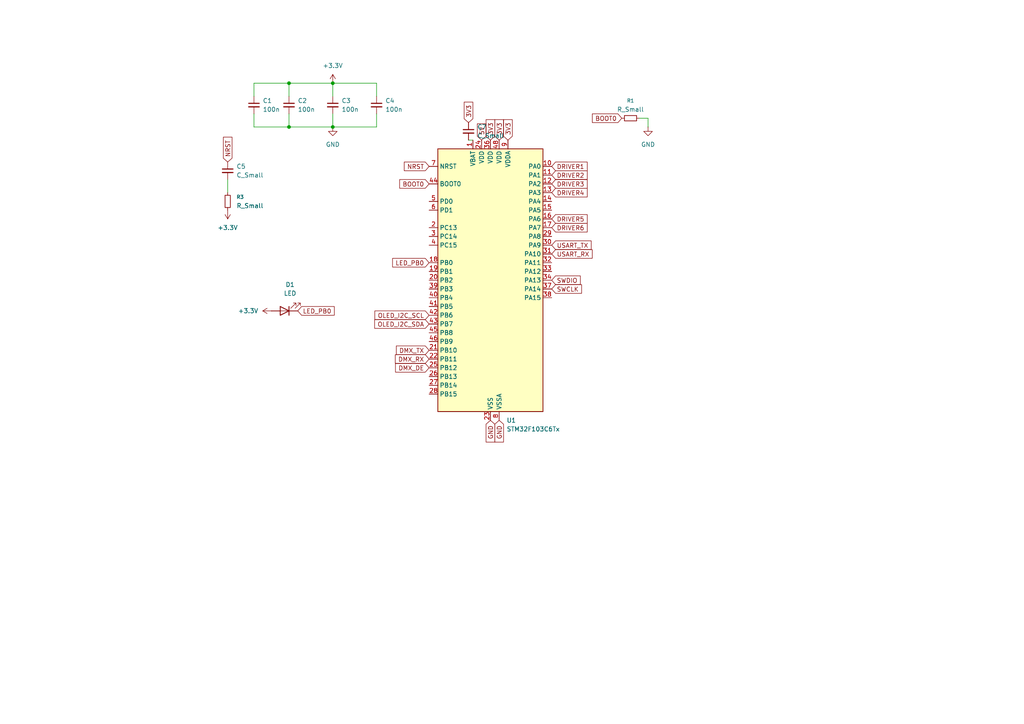
<source format=kicad_sch>
(kicad_sch (version 20250114) (generator "eeschema") (generator_version "9.0")
  (paper "A4")
  (lib_symbols
    (symbol "Device:C_Small" (pin_numbers (hide yes)) (pin_names (offset 0.254) (hide yes))
      (property "Reference" "C" (at 0.254 1.778 0))
      (property "Value" "C_Small" (at 0.254 -2.032 0))
      (symbol "C_Small_0_1"
        (polyline (pts (xy -1.524 0.508) (xy 1.524 0.508)) (stroke (width 0.3048)))
        (polyline (pts (xy -1.524 -0.508) (xy 1.524 -0.508)) (stroke (width 0.3302)))
      )
      (symbol "C_Small_1_1"
        (pin passive line (at 0 2.54 270) (length 2.032) (name "~") (number "1"))
        (pin passive line (at 0 -2.54 90) (length 2.032) (name "~") (number "2"))
      )
    )
    (symbol "Device:LED" (pin_numbers (hide yes)) (pin_names (offset 1.016) (hide yes))
      (property "Reference" "D" (at 0 2.54 0))
      (property "Value" "LED" (at 0 -2.54 0))
      (symbol "LED_0_1"
        (polyline (pts (xy -3.048 -0.762) (xy -4.572 -2.286) (xy -3.81 -2.286) (xy -4.572 -2.286) (xy -4.572 -1.524)))
        (polyline (pts (xy -1.778 -0.762) (xy -3.302 -2.286) (xy -2.54 -2.286) (xy -3.302 -2.286) (xy -3.302 -1.524)))
        (polyline (pts (xy -1.27 0) (xy 1.27 0)))
        (polyline (pts (xy -1.27 -1.27) (xy -1.27 1.27)) (stroke (width 0.254)))
        (polyline (pts (xy 1.27 -1.27) (xy 1.27 1.27) (xy -1.27 0) (xy 1.27 -1.27)) (stroke (width 0.254)))
      )
      (symbol "LED_1_1"
        (pin passive line (at -3.81 0 0) (length 2.54) (name "K") (number "1"))
        (pin passive line (at 3.81 0 180) (length 2.54) (name "A") (number "2"))
      )
    )
    (symbol "Device:R_Small" (pin_numbers (hide yes)) (pin_names (offset 0.254) (hide yes))
      (property "Reference" "R" (at 0 0 90))
      (property "Value" "R_Small" (at 1.778 0 90))
      (symbol "R_Small_0_1"
        (rectangle (start -0.762 1.778) (end 0.762 -1.778) (stroke (width 0.2032)))
      )
      (symbol "R_Small_1_1"
        (pin passive line (at 0 2.54 270) (length 0.762) (name "~") (number "1"))
        (pin passive line (at 0 -2.54 90) (length 0.762) (name "~") (number "2"))
      )
    )
    (symbol "MCU_ST_STM32F1:STM32F103C6Tx"
      (property "Reference" "U" (at -15.24 39.37 0))
      (property "Value" "STM32F103C6Tx" (at 7.62 39.37 0))
      (symbol "STM32F103C6Tx_0_1"
        (rectangle (start -15.24 -38.1) (end 15.24 38.1) (stroke (width 0.254)) (fill (type background)))
      )
      (symbol "STM32F103C6Tx_1_1"
        (pin input line (at -17.78 33.02 0) (length 2.54) (name "NRST") (number "7"))
        (pin input line (at -17.78 27.94 0) (length 2.54) (name "BOOT0") (number "44"))
        (pin bidirectional line (at -17.78 22.86 0) (length 2.54) (name "PD0") (number "5"))
        (pin bidirectional line (at -17.78 20.32 0) (length 2.54) (name "PD1") (number "6"))
        (pin bidirectional line (at -17.78 15.24 0) (length 2.54) (name "PC13") (number "2"))
        (pin bidirectional line (at -17.78 12.7 0) (length 2.54) (name "PC14") (number "3"))
        (pin bidirectional line (at -17.78 10.16 0) (length 2.54) (name "PC15") (number "4"))
        (pin bidirectional line (at -17.78 5.08 0) (length 2.54) (name "PB0") (number "18"))
        (pin bidirectional line (at -17.78 2.54 0) (length 2.54) (name "PB1") (number "19"))
        (pin bidirectional line (at -17.78 0 0) (length 2.54) (name "PB2") (number "20"))
        (pin bidirectional line (at -17.78 -2.54 0) (length 2.54) (name "PB3") (number "39"))
        (pin bidirectional line (at -17.78 -5.08 0) (length 2.54) (name "PB4") (number "40"))
        (pin bidirectional line (at -17.78 -7.62 0) (length 2.54) (name "PB5") (number "41"))
        (pin bidirectional line (at -17.78 -10.16 0) (length 2.54) (name "PB6") (number "42"))
        (pin bidirectional line (at -17.78 -12.7 0) (length 2.54) (name "PB7") (number "43"))
        (pin bidirectional line (at -17.78 -15.24 0) (length 2.54) (name "PB8") (number "45"))
        (pin bidirectional line (at -17.78 -17.78 0) (length 2.54) (name "PB9") (number "46"))
        (pin bidirectional line (at -17.78 -20.32 0) (length 2.54) (name "PB10") (number "21"))
        (pin bidirectional line (at -17.78 -22.86 0) (length 2.54) (name "PB11") (number "22"))
        (pin bidirectional line (at -17.78 -25.4 0) (length 2.54) (name "PB12") (number "25"))
        (pin bidirectional line (at -17.78 -27.94 0) (length 2.54) (name "PB13") (number "26"))
        (pin bidirectional line (at -17.78 -30.48 0) (length 2.54) (name "PB14") (number "27"))
        (pin bidirectional line (at -17.78 -33.02 0) (length 2.54) (name "PB15") (number "28"))
        (pin power_in line (at -5.08 40.64 270) (length 2.54) (name "VBAT") (number "1"))
        (pin power_in line (at -2.54 40.64 270) (length 2.54) (name "VDD") (number "24"))
        (pin power_in line (at 0 40.64 270) (length 2.54) (name "VDD") (number "36"))
        (pin power_in line (at 0 -40.64 90) (length 2.54) (name "VSS") (number "23"))
        (pin passive line (at 0 -40.64 90) (length 2.54) (hide yes) (name "VSS") (number "35"))
        (pin passive line (at 0 -40.64 90) (length 2.54) (hide yes) (name "VSS") (number "47"))
        (pin power_in line (at 2.54 40.64 270) (length 2.54) (name "VDD") (number "48"))
        (pin power_in line (at 2.54 -40.64 90) (length 2.54) (name "VSSA") (number "8"))
        (pin power_in line (at 5.08 40.64 270) (length 2.54) (name "VDDA") (number "9"))
        (pin bidirectional line (at 17.78 33.02 180) (length 2.54) (name "PA0") (number "10"))
        (pin bidirectional line (at 17.78 30.48 180) (length 2.54) (name "PA1") (number "11"))
        (pin bidirectional line (at 17.78 27.94 180) (length 2.54) (name "PA2") (number "12"))
        (pin bidirectional line (at 17.78 25.4 180) (length 2.54) (name "PA3") (number "13"))
        (pin bidirectional line (at 17.78 22.86 180) (length 2.54) (name "PA4") (number "14"))
        (pin bidirectional line (at 17.78 20.32 180) (length 2.54) (name "PA5") (number "15"))
        (pin bidirectional line (at 17.78 17.78 180) (length 2.54) (name "PA6") (number "16"))
        (pin bidirectional line (at 17.78 15.24 180) (length 2.54) (name "PA7") (number "17"))
        (pin bidirectional line (at 17.78 12.7 180) (length 2.54) (name "PA8") (number "29"))
        (pin bidirectional line (at 17.78 10.16 180) (length 2.54) (name "PA9") (number "30"))
        (pin bidirectional line (at 17.78 7.62 180) (length 2.54) (name "PA10") (number "31"))
        (pin bidirectional line (at 17.78 5.08 180) (length 2.54) (name "PA11") (number "32"))
        (pin bidirectional line (at 17.78 2.54 180) (length 2.54) (name "PA12") (number "33"))
        (pin bidirectional line (at 17.78 0 180) (length 2.54) (name "PA13") (number "34"))
        (pin bidirectional line (at 17.78 -2.54 180) (length 2.54) (name "PA14") (number "37"))
        (pin bidirectional line (at 17.78 -5.08 180) (length 2.54) (name "PA15") (number "38"))
      )
    )
    (symbol "power:+3.3V" (power) (pin_numbers (hide yes)) (pin_names (offset 0) (hide yes))
      (property "Value" "+3.3V" (at 0 3.556 0))
      (symbol "+3.3V_0_1"
        (polyline (pts (xy -0.762 1.27) (xy 0 2.54)))
        (polyline (pts (xy 0 2.54) (xy 0.762 1.27)))
        (polyline (pts (xy 0 0) (xy 0 2.54)))
      )
      (symbol "+3.3V_1_1"
        (pin power_in line (at 0 0 90) (length 0) (name "~") (number "1"))
      )
    )
    (symbol "power:GND" (power) (pin_numbers (hide yes)) (pin_names (offset 0) (hide yes))
      (property "Value" "GND" (at 0 -3.81 0))
      (symbol "GND_0_1"
        (polyline (pts (xy 0 0) (xy 0 -1.27) (xy 1.27 -1.27) (xy 0 -2.54) (xy -1.27 -1.27) (xy 0 -1.27)))
      )
      (symbol "GND_1_1"
        (pin power_in line (at 0 0 270) (length 0) (name "~") (number "1"))
      )
    )
  )
  (junction (at 83.82 24.13))
  (junction (at 96.52 36.83))
  (junction (at 96.52 24.13))
  (junction (at 83.82 36.83))
  (wire (pts (xy 73.66 36.83) (xy 83.82 36.83)))
  (wire (pts (xy 73.66 24.13) (xy 83.82 24.13)))
  (wire (pts (xy 83.82 36.83) (xy 83.82 33.02)))
  (wire (pts (xy 96.52 24.13) (xy 109.22 24.13)))
  (wire (pts (xy 187.96 34.29) (xy 187.96 36.83)))
  (wire (pts (xy 83.82 36.83) (xy 96.52 36.83)))
  (wire (pts (xy 109.22 33.02) (xy 109.22 36.83)))
  (wire (pts (xy 83.82 24.13) (xy 83.82 27.94)))
  (wire (pts (xy 66.04 52.07) (xy 66.04 55.88)))
  (wire (pts (xy 96.52 36.83) (xy 109.22 36.83)))
  (wire (pts (xy 135.89 40.64) (xy 137.16 40.64)))
  (wire (pts (xy 73.66 33.02) (xy 73.66 36.83)))
  (wire (pts (xy 109.22 24.13) (xy 109.22 27.94)))
  (wire (pts (xy 185.42 34.29) (xy 187.96 34.29)))
  (wire (pts (xy 96.52 33.02) (xy 96.52 36.83)))
  (wire (pts (xy 73.66 27.94) (xy 73.66 24.13)))
  (wire (pts (xy 83.82 24.13) (xy 96.52 24.13)))
  (wire (pts (xy 96.52 24.13) (xy 96.52 27.94)))
  (global_label "USART_RX" (shape input) (at 160.02 73.66 0) (property "Intersheetrefs" "${INTERSHEET_REFS}" (effects (hide yes))))
  (global_label "LED_PB0" (shape input) (at 124.46 76.2 180) (property "Intersheetrefs" "${INTERSHEET_REFS}" (effects (hide yes))))
  (global_label "OLED_I2C_SDA" (shape input) (at 124.46 93.98 180) (property "Intersheetrefs" "${INTERSHEET_REFS}" (effects (hide yes))))
  (global_label "LED_PB0" (shape input) (at 86.36 90.17 0) (property "Intersheetrefs" "${INTERSHEET_REFS}" (effects (hide yes))))
  (global_label "DMX_DE" (shape input) (at 124.46 106.68 180) (property "Intersheetrefs" "${INTERSHEET_REFS}" (effects (hide yes))))
  (global_label "3V3" (shape input) (at 147.32 40.64 90) (property "Intersheetrefs" "${INTERSHEET_REFS}" (effects (hide yes))))
  (global_label "5V" (shape input) (at 139.7 40.64 90) (property "Intersheetrefs" "${INTERSHEET_REFS}" (effects (hide yes))))
  (global_label "SWCLK" (shape input) (at 160.02 83.82 0) (property "Intersheetrefs" "${INTERSHEET_REFS}" (effects (hide yes))))
  (global_label "GND" (shape input) (at 142.24 121.92 270) (property "Intersheetrefs" "${INTERSHEET_REFS}" (effects (hide yes))))
  (global_label "DMX_RX" (shape input) (at 124.46 104.14 180) (property "Intersheetrefs" "${INTERSHEET_REFS}" (effects (hide yes))))
  (global_label "NRST" (shape input) (at 66.04 46.99 90) (property "Intersheetrefs" "${INTERSHEET_REFS}" (effects (hide yes))))
  (global_label "DRIVER1" (shape input) (at 160.02 48.26 0) (property "Intersheetrefs" "${INTERSHEET_REFS}" (effects (hide yes))))
  (global_label "BOOT0" (shape input) (at 124.46 53.34 180) (property "Intersheetrefs" "${INTERSHEET_REFS}" (effects (hide yes))))
  (global_label "3V3" (shape input) (at 135.89 35.56 90) (property "Intersheetrefs" "${INTERSHEET_REFS}" (effects (hide yes))))
  (global_label "DRIVER2" (shape input) (at 160.02 50.8 0) (property "Intersheetrefs" "${INTERSHEET_REFS}" (effects (hide yes))))
  (global_label "3V3" (shape input) (at 144.78 40.64 90) (property "Intersheetrefs" "${INTERSHEET_REFS}" (effects (hide yes))))
  (global_label "DRIVER4" (shape input) (at 160.02 55.88 0) (property "Intersheetrefs" "${INTERSHEET_REFS}" (effects (hide yes))))
  (global_label "DRIVER5" (shape input) (at 160.02 63.5 0) (property "Intersheetrefs" "${INTERSHEET_REFS}" (effects (hide yes))))
  (global_label "SWDIO" (shape input) (at 160.02 81.28 0) (property "Intersheetrefs" "${INTERSHEET_REFS}" (effects (hide yes))))
  (global_label "GND" (shape input) (at 144.78 121.92 270) (property "Intersheetrefs" "${INTERSHEET_REFS}" (effects (hide yes))))
  (global_label "BOOT0" (shape input) (at 180.34 34.29 180) (property "Intersheetrefs" "${INTERSHEET_REFS}" (effects (hide yes))))
  (global_label "OLED_I2C_SCL" (shape input) (at 124.46 91.44 180) (property "Intersheetrefs" "${INTERSHEET_REFS}" (effects (hide yes))))
  (global_label "NRST" (shape input) (at 124.46 48.26 180) (property "Intersheetrefs" "${INTERSHEET_REFS}" (effects (hide yes))))
  (global_label "3V3" (shape input) (at 142.24 40.64 90) (property "Intersheetrefs" "${INTERSHEET_REFS}" (effects (hide yes))))
  (global_label "USART_TX" (shape input) (at 160.02 71.12 0) (property "Intersheetrefs" "${INTERSHEET_REFS}" (effects (hide yes))))
  (global_label "DRIVER3" (shape input) (at 160.02 53.34 0) (property "Intersheetrefs" "${INTERSHEET_REFS}" (effects (hide yes))))
  (global_label "DMX_TX" (shape input) (at 124.46 101.6 180) (property "Intersheetrefs" "${INTERSHEET_REFS}" (effects (hide yes))))
  (global_label "DRIVER6" (shape input) (at 160.02 66.04 0) (property "Intersheetrefs" "${INTERSHEET_REFS}" (effects (hide yes))))
  (symbol (lib_id "Device:R_Small") (at 66.04 58.42 0) (unit 1)
    (property "Reference" "R3" (at 68.58 57.1499 0) (effects (font (size 1.016 1.016)) (justify left)))
    (property "Value" "R_Small" (at 68.58 59.6899 0) (effects (justify left)))
    (property "Description" "Resistor, small symbol" (effects (hide yes)))
  )
  (symbol (lib_id "Device:C_Small") (at 109.22 30.48 0) (unit 1)
    (property "Reference" "C4" (at 111.76 29.2162 0) (effects (justify left)))
    (property "Value" "100n" (at 111.76 31.7562 0) (effects (justify left)))
    (property "Description" "Unpolarized capacitor, small symbol" (effects (hide yes)))
  )
  (symbol (lib_id "Device:C_Small") (at 96.52 30.48 0) (unit 1)
    (property "Reference" "C3" (at 99.06 29.2162 0) (effects (justify left)))
    (property "Value" "100n" (at 99.06 31.7562 0) (effects (justify left)))
    (property "Description" "Unpolarized capacitor, small symbol" (effects (hide yes)))
  )
  (symbol (lib_id "Device:C_Small") (at 66.04 49.53 0) (unit 1)
    (property "Reference" "C5" (at 68.58 48.2662 0) (effects (justify left)))
    (property "Value" "C_Small" (at 68.58 50.8062 0) (effects (justify left)))
    (property "Description" "Unpolarized capacitor, small symbol" (effects (hide yes)))
  )
  (symbol (lib_id "MCU_ST_STM32F1:STM32F103C6Tx") (at 142.24 81.28 0) (unit 1)
    (property "Reference" "U1" (at 146.9233 121.92 0) (effects (justify left)))
    (property "Value" "STM32F103C6Tx" (at 146.9233 124.46 0) (effects (justify left)))
    (property "Footprint" "Package_QFP:LQFP-48_7x7mm_P0.5mm" (effects (hide yes)))
    (property "Datasheet" "https://www.st.com/resource/en/datasheet/stm32f103c6.pdf" (effects (hide yes)))
    (property "Description" "STMicroelectronics Arm Cortex-M3 MCU, 32KB flash, 10KB RAM, 72 MHz, 2.0-3.6V, 37 GPIO, LQFP48" (effects (hide yes)))
  )
  (symbol (lib_id "power:+3.3V") (at 66.04 60.96 180) (unit 1)
    (property "Reference" "#PWR03" (effects (hide yes)))
    (property "Value" "+3.3V" (at 66.04 66.04 0))
    (property "Description" "Power symbol creates a global label with name \"+3.3V\"" (effects (hide yes)))
  )
  (symbol (lib_id "power:+3.3V") (at 96.52 24.13 0) (unit 1)
    (property "Reference" "#PWR02" (effects (hide yes)))
    (property "Value" "+3.3V" (at 96.52 19.05 0))
    (property "Description" "Power symbol creates a global label with name \"+3.3V\"" (effects (hide yes)))
  )
  (symbol (lib_id "power:GND") (at 96.52 36.83 0) (unit 1)
    (property "Reference" "#PWR01" (effects (hide yes)))
    (property "Value" "GND" (at 96.52 41.91 0))
    (property "Description" "Power symbol creates a global label with name \"GND\" , ground" (effects (hide yes)))
  )
  (symbol (lib_id "Device:C_Small") (at 73.66 30.48 0) (unit 1)
    (property "Reference" "C1" (at 76.2 29.2162 0) (effects (justify left)))
    (property "Value" "100n" (at 76.2 31.7562 0) (effects (justify left)))
    (property "Description" "Unpolarized capacitor, small symbol" (effects (hide yes)))
  )
  (symbol (lib_id "Device:LED") (at 82.55 90.17 180) (unit 1)
    (property "Reference" "D1" (at 84.1375 82.55 0))
    (property "Value" "LED" (at 84.1375 85.09 0))
    (property "Description" "Light emitting diode" (effects (hide yes)))
    (property "Sim.Pins" "1=K 2=A" (effects (hide yes)))
  )
  (symbol (lib_id "power:GND") (at 187.96 36.83 0) (unit 1)
    (property "Reference" "#PWR04" (effects (hide yes)))
    (property "Value" "GND" (at 187.96 41.91 0))
    (property "Description" "Power symbol creates a global label with name \"GND\" , ground" (effects (hide yes)))
  )
  (symbol (lib_id "Device:C_Small") (at 135.89 38.1 0) (unit 1)
    (property "Reference" "C7" (at 138.43 36.8362 0) (effects (justify left)))
    (property "Value" "C_Small" (at 138.43 39.3762 0) (effects (justify left)))
    (property "Description" "Unpolarized capacitor, small symbol" (effects (hide yes)))
  )
  (symbol (lib_id "Device:R_Small") (at 182.88 34.29 270) (unit 1)
    (property "Reference" "R1" (at 182.88 29.21 90) (effects (font (size 1.016 1.016))))
    (property "Value" "R_Small" (at 182.88 31.75 90))
    (property "Description" "Resistor, small symbol" (effects (hide yes)))
  )
  (symbol (lib_id "Device:C_Small") (at 83.82 30.48 0) (unit 1)
    (property "Reference" "C2" (at 86.36 29.2162 0) (effects (justify left)))
    (property "Value" "100n" (at 86.36 31.7562 0) (effects (justify left)))
    (property "Description" "Unpolarized capacitor, small symbol" (effects (hide yes)))
  )
  (symbol (lib_id "power:+3.3V") (at 78.74 90.17 90) (unit 1)
    (property "Reference" "#PWR05" (effects (hide yes)))
    (property "Value" "+3.3V" (at 74.93 90.1699 90) (effects (justify left)))
    (property "Description" "Power symbol creates a global label with name \"+3.3V\"" (effects (hide yes)))
  )
)
</source>
